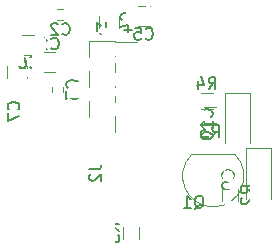
<source format=gbo>
G04 #@! TF.FileFunction,Legend,Bot*
%FSLAX46Y46*%
G04 Gerber Fmt 4.6, Leading zero omitted, Abs format (unit mm)*
G04 Created by KiCad (PCBNEW 4.0.7) date 02/03/18 21:49:53*
%MOMM*%
%LPD*%
G01*
G04 APERTURE LIST*
%ADD10C,0.100000*%
%ADD11C,0.120000*%
%ADD12C,0.150000*%
%ADD13R,1.000000X1.250000*%
%ADD14R,0.600000X0.500000*%
%ADD15R,0.500000X0.600000*%
%ADD16R,1.250000X1.000000*%
%ADD17R,1.500000X1.950000*%
%ADD18R,3.000000X0.650000*%
%ADD19R,3.000000X0.800000*%
%ADD20R,3.000000X2.100000*%
%ADD21R,1.700000X1.700000*%
%ADD22O,1.700000X1.700000*%
%ADD23C,1.000000*%
%ADD24R,1.000000X1.000000*%
%ADD25R,0.500000X0.900000*%
%ADD26R,0.900000X0.500000*%
%ADD27C,0.700000*%
G04 APERTURE END LIST*
D10*
D11*
X17158600Y-24930200D02*
X18158600Y-24930200D01*
X18158600Y-26630200D02*
X17158600Y-26630200D01*
X18840000Y-22240000D02*
X18340000Y-22240000D01*
X18340000Y-21300000D02*
X18840000Y-21300000D01*
X18843400Y-27873800D02*
X18843400Y-28373800D01*
X17903400Y-28373800D02*
X17903400Y-27873800D01*
X23570000Y-21910000D02*
X23570000Y-22910000D01*
X21870000Y-22910000D02*
X21870000Y-21910000D01*
X26130000Y-22790000D02*
X25130000Y-22790000D01*
X25130000Y-21090000D02*
X26130000Y-21090000D01*
X16363600Y-25215200D02*
X15363600Y-25215200D01*
X15363600Y-23515200D02*
X16363600Y-23515200D01*
X14093400Y-27143800D02*
X14093400Y-26143800D01*
X15793400Y-26143800D02*
X15793400Y-27143800D01*
X34313600Y-33115200D02*
X34313600Y-37365200D01*
X36413600Y-33115200D02*
X36413600Y-37365200D01*
X34313600Y-33115200D02*
X36413600Y-33115200D01*
X32513600Y-28415200D02*
X32513600Y-32665200D01*
X34613600Y-28415200D02*
X34613600Y-32665200D01*
X32513600Y-28415200D02*
X34613600Y-28415200D01*
X23200000Y-23990000D02*
X20980000Y-23990000D01*
X23200000Y-31730000D02*
X20980000Y-31730000D01*
X20980000Y-24000000D02*
X20980000Y-25370000D01*
X23200000Y-24100000D02*
X25030000Y-24100000D01*
X23200000Y-23990000D02*
X23200000Y-24100000D01*
X20980000Y-31620000D02*
X20980000Y-31730000D01*
X20980000Y-26540000D02*
X20980000Y-27910000D01*
X20980000Y-29080000D02*
X20980000Y-30450000D01*
X23200000Y-25270000D02*
X23200000Y-26640000D01*
X23200000Y-27810000D02*
X23200000Y-29180000D01*
X23200000Y-30350000D02*
X23200000Y-31720000D01*
X29733600Y-33615200D02*
X33333600Y-33615200D01*
X29695122Y-33626722D02*
G75*
G03X31533600Y-38065200I1838478J-1838478D01*
G01*
X33372078Y-33626722D02*
G75*
G02X31533600Y-38065200I-1838478J-1838478D01*
G01*
X31763600Y-29585200D02*
X30763600Y-29585200D01*
X30763600Y-30945200D02*
X31763600Y-30945200D01*
X30463600Y-29745200D02*
X31463600Y-29745200D01*
X31463600Y-28385200D02*
X30463600Y-28385200D01*
X25243600Y-40765200D02*
X25243600Y-39765200D01*
X23883600Y-39765200D02*
X23883600Y-40765200D01*
X32283600Y-36565200D02*
X32283600Y-37565200D01*
X33643600Y-37565200D02*
X33643600Y-36565200D01*
D12*
X17825266Y-24637343D02*
X17872885Y-24684962D01*
X18015742Y-24732581D01*
X18110980Y-24732581D01*
X18253838Y-24684962D01*
X18349076Y-24589724D01*
X18396695Y-24494486D01*
X18444314Y-24304010D01*
X18444314Y-24161152D01*
X18396695Y-23970676D01*
X18349076Y-23875438D01*
X18253838Y-23780200D01*
X18110980Y-23732581D01*
X18015742Y-23732581D01*
X17872885Y-23780200D01*
X17825266Y-23827819D01*
X16872885Y-24732581D02*
X17444314Y-24732581D01*
X17158600Y-24732581D02*
X17158600Y-23732581D01*
X17253838Y-23875438D01*
X17349076Y-23970676D01*
X17444314Y-24018295D01*
X18756666Y-23397143D02*
X18804285Y-23444762D01*
X18947142Y-23492381D01*
X19042380Y-23492381D01*
X19185238Y-23444762D01*
X19280476Y-23349524D01*
X19328095Y-23254286D01*
X19375714Y-23063810D01*
X19375714Y-22920952D01*
X19328095Y-22730476D01*
X19280476Y-22635238D01*
X19185238Y-22540000D01*
X19042380Y-22492381D01*
X18947142Y-22492381D01*
X18804285Y-22540000D01*
X18756666Y-22587619D01*
X18375714Y-22587619D02*
X18328095Y-22540000D01*
X18232857Y-22492381D01*
X17994761Y-22492381D01*
X17899523Y-22540000D01*
X17851904Y-22587619D01*
X17804285Y-22682857D01*
X17804285Y-22778095D01*
X17851904Y-22920952D01*
X18423333Y-23492381D01*
X17804285Y-23492381D01*
X20000543Y-27957134D02*
X20048162Y-27909515D01*
X20095781Y-27766658D01*
X20095781Y-27671420D01*
X20048162Y-27528562D01*
X19952924Y-27433324D01*
X19857686Y-27385705D01*
X19667210Y-27338086D01*
X19524352Y-27338086D01*
X19333876Y-27385705D01*
X19238638Y-27433324D01*
X19143400Y-27528562D01*
X19095781Y-27671420D01*
X19095781Y-27766658D01*
X19143400Y-27909515D01*
X19191019Y-27957134D01*
X19095781Y-28290467D02*
X19095781Y-28909515D01*
X19476733Y-28576181D01*
X19476733Y-28719039D01*
X19524352Y-28814277D01*
X19571971Y-28861896D01*
X19667210Y-28909515D01*
X19905305Y-28909515D01*
X20000543Y-28861896D01*
X20048162Y-28814277D01*
X20095781Y-28719039D01*
X20095781Y-28433324D01*
X20048162Y-28338086D01*
X20000543Y-28290467D01*
X24577143Y-22243334D02*
X24624762Y-22195715D01*
X24672381Y-22052858D01*
X24672381Y-21957620D01*
X24624762Y-21814762D01*
X24529524Y-21719524D01*
X24434286Y-21671905D01*
X24243810Y-21624286D01*
X24100952Y-21624286D01*
X23910476Y-21671905D01*
X23815238Y-21719524D01*
X23720000Y-21814762D01*
X23672381Y-21957620D01*
X23672381Y-22052858D01*
X23720000Y-22195715D01*
X23767619Y-22243334D01*
X24005714Y-23100477D02*
X24672381Y-23100477D01*
X23624762Y-22862381D02*
X24339048Y-22624286D01*
X24339048Y-23243334D01*
X25796666Y-23797143D02*
X25844285Y-23844762D01*
X25987142Y-23892381D01*
X26082380Y-23892381D01*
X26225238Y-23844762D01*
X26320476Y-23749524D01*
X26368095Y-23654286D01*
X26415714Y-23463810D01*
X26415714Y-23320952D01*
X26368095Y-23130476D01*
X26320476Y-23035238D01*
X26225238Y-22940000D01*
X26082380Y-22892381D01*
X25987142Y-22892381D01*
X25844285Y-22940000D01*
X25796666Y-22987619D01*
X24891904Y-22892381D02*
X25368095Y-22892381D01*
X25415714Y-23368571D01*
X25368095Y-23320952D01*
X25272857Y-23273333D01*
X25034761Y-23273333D01*
X24939523Y-23320952D01*
X24891904Y-23368571D01*
X24844285Y-23463810D01*
X24844285Y-23701905D01*
X24891904Y-23797143D01*
X24939523Y-23844762D01*
X25034761Y-23892381D01*
X25272857Y-23892381D01*
X25368095Y-23844762D01*
X25415714Y-23797143D01*
X16030266Y-26222343D02*
X16077885Y-26269962D01*
X16220742Y-26317581D01*
X16315980Y-26317581D01*
X16458838Y-26269962D01*
X16554076Y-26174724D01*
X16601695Y-26079486D01*
X16649314Y-25889010D01*
X16649314Y-25746152D01*
X16601695Y-25555676D01*
X16554076Y-25460438D01*
X16458838Y-25365200D01*
X16315980Y-25317581D01*
X16220742Y-25317581D01*
X16077885Y-25365200D01*
X16030266Y-25412819D01*
X15173123Y-25317581D02*
X15363600Y-25317581D01*
X15458838Y-25365200D01*
X15506457Y-25412819D01*
X15601695Y-25555676D01*
X15649314Y-25746152D01*
X15649314Y-26127105D01*
X15601695Y-26222343D01*
X15554076Y-26269962D01*
X15458838Y-26317581D01*
X15268361Y-26317581D01*
X15173123Y-26269962D01*
X15125504Y-26222343D01*
X15077885Y-26127105D01*
X15077885Y-25889010D01*
X15125504Y-25793771D01*
X15173123Y-25746152D01*
X15268361Y-25698533D01*
X15458838Y-25698533D01*
X15554076Y-25746152D01*
X15601695Y-25793771D01*
X15649314Y-25889010D01*
X15020743Y-29798534D02*
X15068362Y-29750915D01*
X15115981Y-29608058D01*
X15115981Y-29512820D01*
X15068362Y-29369962D01*
X14973124Y-29274724D01*
X14877886Y-29227105D01*
X14687410Y-29179486D01*
X14544552Y-29179486D01*
X14354076Y-29227105D01*
X14258838Y-29274724D01*
X14163600Y-29369962D01*
X14115981Y-29512820D01*
X14115981Y-29608058D01*
X14163600Y-29750915D01*
X14211219Y-29798534D01*
X14115981Y-30131867D02*
X14115981Y-30798534D01*
X15115981Y-30369962D01*
X33170743Y-35598534D02*
X33218362Y-35550915D01*
X33265981Y-35408058D01*
X33265981Y-35312820D01*
X33218362Y-35169962D01*
X33123124Y-35074724D01*
X33027886Y-35027105D01*
X32837410Y-34979486D01*
X32694552Y-34979486D01*
X32504076Y-35027105D01*
X32408838Y-35074724D01*
X32313600Y-35169962D01*
X32265981Y-35312820D01*
X32265981Y-35408058D01*
X32313600Y-35550915D01*
X32361219Y-35598534D01*
X33265981Y-36074724D02*
X33265981Y-36265200D01*
X33218362Y-36360439D01*
X33170743Y-36408058D01*
X33027886Y-36503296D01*
X32837410Y-36550915D01*
X32456457Y-36550915D01*
X32361219Y-36503296D01*
X32313600Y-36455677D01*
X32265981Y-36360439D01*
X32265981Y-36169962D01*
X32313600Y-36074724D01*
X32361219Y-36027105D01*
X32456457Y-35979486D01*
X32694552Y-35979486D01*
X32789790Y-36027105D01*
X32837410Y-36074724D01*
X32885029Y-36169962D01*
X32885029Y-36360439D01*
X32837410Y-36455677D01*
X32789790Y-36503296D01*
X32694552Y-36550915D01*
X31370743Y-30422343D02*
X31418362Y-30374724D01*
X31465981Y-30231867D01*
X31465981Y-30136629D01*
X31418362Y-29993771D01*
X31323124Y-29898533D01*
X31227886Y-29850914D01*
X31037410Y-29803295D01*
X30894552Y-29803295D01*
X30704076Y-29850914D01*
X30608838Y-29898533D01*
X30513600Y-29993771D01*
X30465981Y-30136629D01*
X30465981Y-30231867D01*
X30513600Y-30374724D01*
X30561219Y-30422343D01*
X31465981Y-31374724D02*
X31465981Y-30803295D01*
X31465981Y-31089009D02*
X30465981Y-31089009D01*
X30608838Y-30993771D01*
X30704076Y-30898533D01*
X30751695Y-30803295D01*
X30465981Y-31993771D02*
X30465981Y-32089010D01*
X30513600Y-32184248D01*
X30561219Y-32231867D01*
X30656457Y-32279486D01*
X30846933Y-32327105D01*
X31085029Y-32327105D01*
X31275505Y-32279486D01*
X31370743Y-32231867D01*
X31418362Y-32184248D01*
X31465981Y-32089010D01*
X31465981Y-31993771D01*
X31418362Y-31898533D01*
X31370743Y-31850914D01*
X31275505Y-31803295D01*
X31085029Y-31755676D01*
X30846933Y-31755676D01*
X30656457Y-31803295D01*
X30561219Y-31850914D01*
X30513600Y-31898533D01*
X30465981Y-31993771D01*
X22423333Y-22442381D02*
X22423333Y-23156667D01*
X22470953Y-23299524D01*
X22566191Y-23394762D01*
X22709048Y-23442381D01*
X22804286Y-23442381D01*
X21423333Y-23442381D02*
X21994762Y-23442381D01*
X21709048Y-23442381D02*
X21709048Y-22442381D01*
X21804286Y-22585238D01*
X21899524Y-22680476D01*
X21994762Y-22728095D01*
X21045981Y-34861867D02*
X21760267Y-34861867D01*
X21903124Y-34814247D01*
X21998362Y-34719009D01*
X22045981Y-34576152D01*
X22045981Y-34480914D01*
X21141219Y-35290438D02*
X21093600Y-35338057D01*
X21045981Y-35433295D01*
X21045981Y-35671391D01*
X21093600Y-35766629D01*
X21141219Y-35814248D01*
X21236457Y-35861867D01*
X21331695Y-35861867D01*
X21474552Y-35814248D01*
X22045981Y-35242819D01*
X22045981Y-35861867D01*
X29958838Y-38212819D02*
X30054076Y-38165200D01*
X30149314Y-38069962D01*
X30292171Y-37927105D01*
X30387410Y-37879486D01*
X30482648Y-37879486D01*
X30435029Y-38117581D02*
X30530267Y-38069962D01*
X30625505Y-37974724D01*
X30673124Y-37784248D01*
X30673124Y-37450914D01*
X30625505Y-37260438D01*
X30530267Y-37165200D01*
X30435029Y-37117581D01*
X30244552Y-37117581D01*
X30149314Y-37165200D01*
X30054076Y-37260438D01*
X30006457Y-37450914D01*
X30006457Y-37784248D01*
X30054076Y-37974724D01*
X30149314Y-38069962D01*
X30244552Y-38117581D01*
X30435029Y-38117581D01*
X29054076Y-38117581D02*
X29625505Y-38117581D01*
X29339791Y-38117581D02*
X29339791Y-37117581D01*
X29435029Y-37260438D01*
X29530267Y-37355676D01*
X29625505Y-37403295D01*
X31430266Y-32167581D02*
X31763600Y-31691390D01*
X32001695Y-32167581D02*
X32001695Y-31167581D01*
X31620742Y-31167581D01*
X31525504Y-31215200D01*
X31477885Y-31262819D01*
X31430266Y-31358057D01*
X31430266Y-31500914D01*
X31477885Y-31596152D01*
X31525504Y-31643771D01*
X31620742Y-31691390D01*
X32001695Y-31691390D01*
X31096933Y-31167581D02*
X30477885Y-31167581D01*
X30811219Y-31548533D01*
X30668361Y-31548533D01*
X30573123Y-31596152D01*
X30525504Y-31643771D01*
X30477885Y-31739010D01*
X30477885Y-31977105D01*
X30525504Y-32072343D01*
X30573123Y-32119962D01*
X30668361Y-32167581D01*
X30954076Y-32167581D01*
X31049314Y-32119962D01*
X31096933Y-32072343D01*
X31130266Y-28067581D02*
X31463600Y-27591390D01*
X31701695Y-28067581D02*
X31701695Y-27067581D01*
X31320742Y-27067581D01*
X31225504Y-27115200D01*
X31177885Y-27162819D01*
X31130266Y-27258057D01*
X31130266Y-27400914D01*
X31177885Y-27496152D01*
X31225504Y-27543771D01*
X31320742Y-27591390D01*
X31701695Y-27591390D01*
X30273123Y-27400914D02*
X30273123Y-28067581D01*
X30511219Y-27019962D02*
X30749314Y-27734248D01*
X30130266Y-27734248D01*
X23565981Y-40098534D02*
X23089790Y-39765200D01*
X23565981Y-39527105D02*
X22565981Y-39527105D01*
X22565981Y-39908058D01*
X22613600Y-40003296D01*
X22661219Y-40050915D01*
X22756457Y-40098534D01*
X22899314Y-40098534D01*
X22994552Y-40050915D01*
X23042171Y-40003296D01*
X23089790Y-39908058D01*
X23089790Y-39527105D01*
X22565981Y-41003296D02*
X22565981Y-40527105D01*
X23042171Y-40479486D01*
X22994552Y-40527105D01*
X22946933Y-40622343D01*
X22946933Y-40860439D01*
X22994552Y-40955677D01*
X23042171Y-41003296D01*
X23137410Y-41050915D01*
X23375505Y-41050915D01*
X23470743Y-41003296D01*
X23518362Y-40955677D01*
X23565981Y-40860439D01*
X23565981Y-40622343D01*
X23518362Y-40527105D01*
X23470743Y-40479486D01*
X34865981Y-36898534D02*
X34389790Y-36565200D01*
X34865981Y-36327105D02*
X33865981Y-36327105D01*
X33865981Y-36708058D01*
X33913600Y-36803296D01*
X33961219Y-36850915D01*
X34056457Y-36898534D01*
X34199314Y-36898534D01*
X34294552Y-36850915D01*
X34342171Y-36803296D01*
X34389790Y-36708058D01*
X34389790Y-36327105D01*
X33961219Y-37279486D02*
X33913600Y-37327105D01*
X33865981Y-37422343D01*
X33865981Y-37660439D01*
X33913600Y-37755677D01*
X33961219Y-37803296D01*
X34056457Y-37850915D01*
X34151695Y-37850915D01*
X34294552Y-37803296D01*
X34865981Y-37231867D01*
X34865981Y-37850915D01*
%LPC*%
D13*
X18658600Y-25780200D03*
X16658600Y-25780200D03*
D14*
X18040000Y-21770000D03*
X19140000Y-21770000D03*
D15*
X18373400Y-28673800D03*
X18373400Y-27573800D03*
D16*
X22720000Y-23410000D03*
X22720000Y-21410000D03*
D13*
X24630000Y-21940000D03*
X26630000Y-21940000D03*
X14863600Y-24365200D03*
X16863600Y-24365200D03*
D16*
X14943400Y-25643800D03*
X14943400Y-27643800D03*
D17*
X35363600Y-34390200D03*
X35363600Y-37140200D03*
X33563600Y-29690200D03*
X33563600Y-32440200D03*
D18*
X23590000Y-24685000D03*
X23590000Y-27225000D03*
X23590000Y-29765000D03*
X20590000Y-25955000D03*
X20590000Y-28495000D03*
X20590000Y-31035000D03*
D19*
X25403600Y-35175200D03*
X25403600Y-36425200D03*
D20*
X21803600Y-32625200D03*
X21803600Y-40225200D03*
D19*
X25403600Y-37675200D03*
D21*
X15063600Y-38365200D03*
D22*
X15063600Y-40905200D03*
X15063600Y-43445200D03*
D23*
X16463600Y-35565200D03*
X15213600Y-35565200D03*
X31533600Y-36735200D03*
X32803600Y-35465200D03*
D24*
X30263600Y-35465200D03*
D25*
X30513600Y-30265200D03*
X32013600Y-30265200D03*
X31713600Y-29065200D03*
X30213600Y-29065200D03*
D26*
X24563600Y-39515200D03*
X24563600Y-41015200D03*
X32963600Y-37815200D03*
X32963600Y-36315200D03*
D21*
X18563600Y-43465200D03*
D22*
X21103600Y-43465200D03*
X23643600Y-43465200D03*
D27*
X25963600Y-21365200D03*
X19863600Y-34765200D03*
X23463600Y-37665200D03*
X26763600Y-32165200D03*
X25663600Y-25065200D03*
X15263600Y-25065200D03*
X17863600Y-25565200D03*
X22663600Y-22065200D03*
X33363600Y-33165200D03*
X18563600Y-29165200D03*
X21563600Y-23565200D03*
X20063600Y-29865200D03*
X16663600Y-29865200D03*
X22163600Y-28265200D03*
X19963600Y-27865200D03*
X25463600Y-30765200D03*
X14863600Y-28765200D03*
X23263600Y-28365200D03*
X22763600Y-20265200D03*
X23063600Y-25665200D03*
X15963600Y-26765200D03*
X17463600Y-23165200D03*
X25263600Y-21965200D03*
X25963600Y-32665200D03*
X24663600Y-26065200D03*
X24563600Y-38865200D03*
X28363600Y-29065200D03*
X31863600Y-25865200D03*
X28863600Y-25665200D03*
X27463600Y-36165200D03*
X29363600Y-30765200D03*
X31263600Y-28965200D03*
M02*

</source>
